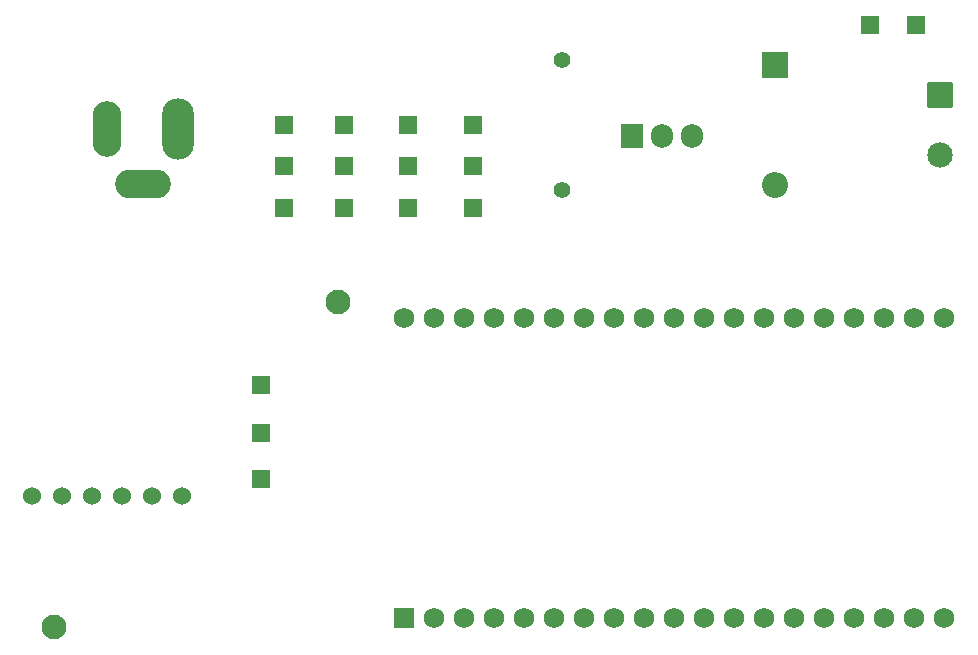
<source format=gbr>
%TF.GenerationSoftware,KiCad,Pcbnew,8.0.8*%
%TF.CreationDate,2025-03-04T22:32:40-05:00*%
%TF.ProjectId,PCBboya,50434262-6f79-4612-9e6b-696361645f70,rev?*%
%TF.SameCoordinates,Original*%
%TF.FileFunction,Soldermask,Bot*%
%TF.FilePolarity,Negative*%
%FSLAX46Y46*%
G04 Gerber Fmt 4.6, Leading zero omitted, Abs format (unit mm)*
G04 Created by KiCad (PCBNEW 8.0.8) date 2025-03-04 22:32:40*
%MOMM*%
%LPD*%
G01*
G04 APERTURE LIST*
G04 Aperture macros list*
%AMRoundRect*
0 Rectangle with rounded corners*
0 $1 Rounding radius*
0 $2 $3 $4 $5 $6 $7 $8 $9 X,Y pos of 4 corners*
0 Add a 4 corners polygon primitive as box body*
4,1,4,$2,$3,$4,$5,$6,$7,$8,$9,$2,$3,0*
0 Add four circle primitives for the rounded corners*
1,1,$1+$1,$2,$3*
1,1,$1+$1,$4,$5*
1,1,$1+$1,$6,$7*
1,1,$1+$1,$8,$9*
0 Add four rect primitives between the rounded corners*
20,1,$1+$1,$2,$3,$4,$5,0*
20,1,$1+$1,$4,$5,$6,$7,0*
20,1,$1+$1,$6,$7,$8,$9,0*
20,1,$1+$1,$8,$9,$2,$3,0*%
G04 Aperture macros list end*
%ADD10RoundRect,0.102000X-0.695000X0.695000X-0.695000X-0.695000X0.695000X-0.695000X0.695000X0.695000X0*%
%ADD11RoundRect,0.102000X0.695000X0.695000X-0.695000X0.695000X-0.695000X-0.695000X0.695000X-0.695000X0*%
%ADD12C,2.100000*%
%ADD13R,1.905000X2.000000*%
%ADD14O,1.905000X2.000000*%
%ADD15C,1.524000*%
%ADD16RoundRect,0.102000X-0.975000X0.975000X-0.975000X-0.975000X0.975000X-0.975000X0.975000X0.975000X0*%
%ADD17C,2.154000*%
%ADD18R,2.200000X2.200000*%
%ADD19O,2.200000X2.200000*%
%ADD20O,2.704000X5.204000*%
%ADD21O,2.454000X4.704000*%
%ADD22O,4.704000X2.454000*%
%ADD23C,1.404000*%
%ADD24RoundRect,0.102000X0.765000X-0.765000X0.765000X0.765000X-0.765000X0.765000X-0.765000X-0.765000X0*%
%ADD25C,1.734000*%
G04 APERTURE END LIST*
D10*
%TO.C,J19*%
X173040000Y-70000000D03*
%TD*%
D11*
%TO.C,J3*%
X123500000Y-78500000D03*
%TD*%
%TO.C,J10*%
X134000000Y-82000000D03*
%TD*%
D10*
%TO.C,J18*%
X177000000Y-70000000D03*
%TD*%
D11*
%TO.C,J13*%
X139500000Y-82000000D03*
%TD*%
%TO.C,J16*%
X121500000Y-104540000D03*
%TD*%
%TO.C,J7*%
X128500000Y-82000000D03*
%TD*%
%TO.C,J5*%
X123500000Y-85500000D03*
%TD*%
%TO.C,J4*%
X123500000Y-82000000D03*
%TD*%
D12*
%TO.C,REF\u002A\u002A*%
X128000000Y-93500000D03*
%TD*%
D11*
%TO.C,J8*%
X128500000Y-85500000D03*
%TD*%
%TO.C,J14*%
X134000000Y-85500000D03*
%TD*%
%TO.C,J15*%
X121500000Y-108500000D03*
%TD*%
%TO.C,J17*%
X121500000Y-100540000D03*
%TD*%
%TO.C,J9*%
X134000000Y-78500000D03*
%TD*%
D13*
%TO.C,Q1*%
X152960000Y-79445000D03*
D14*
X155500000Y-79445000D03*
X158040000Y-79445000D03*
%TD*%
D15*
%TO.C,U4*%
X102150000Y-109930000D03*
X104690000Y-109930000D03*
X107230000Y-109930000D03*
X109770000Y-109930000D03*
X112310000Y-109930000D03*
X114850000Y-109930000D03*
%TD*%
D16*
%TO.C,J2*%
X179000000Y-75960000D03*
D17*
X179000000Y-81040000D03*
%TD*%
D11*
%TO.C,J12*%
X139500000Y-78500000D03*
%TD*%
D18*
%TO.C,D1*%
X165000000Y-73420000D03*
D19*
X165000000Y-83580000D03*
%TD*%
D20*
%TO.C,J1*%
X114500000Y-78825000D03*
D21*
X108500000Y-78825000D03*
D22*
X111500000Y-83525000D03*
%TD*%
D11*
%TO.C,J6*%
X128500000Y-78500000D03*
%TD*%
%TO.C,J11*%
X139500000Y-85500000D03*
%TD*%
D23*
%TO.C,R1*%
X147000000Y-84000000D03*
X147000000Y-73000000D03*
%TD*%
D12*
%TO.C,REF\u002A\u002A*%
X104000000Y-121000000D03*
%TD*%
D24*
%TO.C,U1*%
X133650000Y-120200000D03*
D25*
X136190000Y-120200000D03*
X138730000Y-120200000D03*
X141270000Y-120200000D03*
X143810000Y-120200000D03*
X146350000Y-120200000D03*
X148890000Y-120200000D03*
X151430000Y-120200000D03*
X153970000Y-120200000D03*
X156510000Y-120200000D03*
X159050000Y-120200000D03*
X161590000Y-120200000D03*
X164130000Y-120200000D03*
X166670000Y-120200000D03*
X169210000Y-120200000D03*
X171750000Y-120200000D03*
X174290000Y-120200000D03*
X176830000Y-120200000D03*
X179370000Y-120200000D03*
X179370000Y-94800000D03*
X176830000Y-94800000D03*
X174290000Y-94800000D03*
X171750000Y-94800000D03*
X169210000Y-94800000D03*
X166670000Y-94800000D03*
X164130000Y-94800000D03*
X161590000Y-94800000D03*
X159050000Y-94800000D03*
X156510000Y-94800000D03*
X153970000Y-94800000D03*
X151430000Y-94800000D03*
X148890000Y-94800000D03*
X146350000Y-94800000D03*
X143810000Y-94800000D03*
X141270000Y-94800000D03*
X138730000Y-94800000D03*
X136190000Y-94800000D03*
X133650000Y-94800000D03*
%TD*%
M02*

</source>
